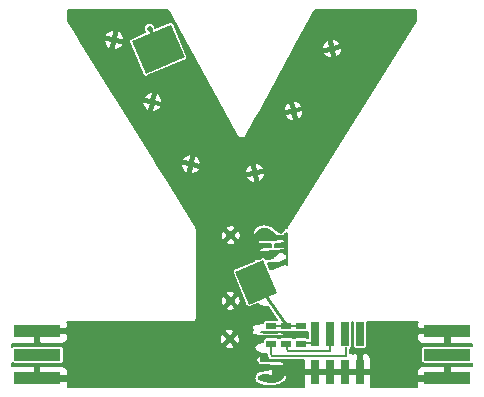
<source format=gbl>
G04 #@! TF.FileFunction,Copper,L2,Bot,Signal*
%FSLAX46Y46*%
G04 Gerber Fmt 4.6, Leading zero omitted, Abs format (unit mm)*
G04 Created by KiCad (PCBNEW 4.0.0-rc2-stable) date 3/3/2016 3:49:22 PM*
%MOMM*%
G01*
G04 APERTURE LIST*
%ADD10C,0.150000*%
%ADD11C,0.500000*%
%ADD12R,4.000000X1.000000*%
%ADD13C,0.600000*%
%ADD14R,0.760000X2.000000*%
%ADD15R,0.740000X2.000000*%
%ADD16R,0.900000X0.600000*%
%ADD17R,0.900000X0.200000*%
%ADD18R,3.800000X0.200000*%
%ADD19R,6.500000X0.200000*%
%ADD20R,0.200000X0.400000*%
%ADD21R,0.200000X0.800000*%
%ADD22R,2.000000X0.200000*%
%ADD23C,0.254000*%
%ADD24C,0.152400*%
G04 APERTURE END LIST*
D10*
D11*
X67445864Y-32792172D03*
X70707520Y-27532961D03*
X73969174Y-22273752D03*
X55507092Y-21529461D03*
X58768410Y-26789297D03*
X62029728Y-32049135D03*
X65306020Y-46852030D03*
X65377130Y-43612085D03*
X65377130Y-38073280D03*
D12*
X83742890Y-50192207D03*
X83742890Y-48192207D03*
X83742890Y-46192207D03*
D13*
X82742890Y-50192207D03*
X82742890Y-48192207D03*
X82742890Y-46192207D03*
D12*
X49020840Y-46192207D03*
X49020840Y-48192207D03*
X49020840Y-50192207D03*
D13*
X50020840Y-46192207D03*
X50020840Y-48192207D03*
X50020840Y-50192207D03*
D10*
G36*
X66929919Y-43932891D02*
X65767342Y-41167314D01*
X68164175Y-40159747D01*
X69326752Y-42925324D01*
X66929919Y-43932891D01*
X66929919Y-43932891D01*
G37*
G36*
X58175942Y-24398871D02*
X57013366Y-21633295D01*
X60332058Y-20238203D01*
X61494634Y-23003779D01*
X58175942Y-24398871D01*
X58175942Y-24398871D01*
G37*
D11*
X58517702Y-20567005D03*
D14*
X72531050Y-49652030D03*
X73801050Y-49652030D03*
X75071050Y-49652030D03*
X76341050Y-49652030D03*
X72531050Y-46452030D03*
X73801050Y-46452030D03*
X75071050Y-46452030D03*
D15*
X76341050Y-46452030D03*
D16*
X71336050Y-45752030D03*
X71336050Y-47252030D03*
X70086050Y-47252030D03*
X70086050Y-45752030D03*
X68836050Y-45752030D03*
X68836050Y-47252030D03*
D17*
X71986050Y-47202030D03*
D18*
X71986050Y-47852030D03*
D19*
X71986050Y-48302030D03*
D20*
X70186050Y-47652030D03*
X73786050Y-47652030D03*
D21*
X75136050Y-47852030D03*
X68836050Y-47852030D03*
D22*
X70136050Y-45752030D03*
D23*
X59250000Y-22320000D02*
X58520000Y-20570000D01*
X59250000Y-22320000D02*
X58520000Y-20570000D01*
X59250000Y-22320000D02*
X58520000Y-20570000D01*
X59250000Y-22320000D02*
X58520000Y-20570000D01*
X59250000Y-22320000D02*
X58520000Y-20570000D01*
X59250000Y-22320000D02*
X58520000Y-20570000D01*
X59250000Y-22320000D02*
X58520000Y-20570000D01*
X59250000Y-22320000D02*
X58520000Y-20570000D01*
X59250000Y-22320000D02*
X58520000Y-20570000D01*
X67550000Y-42050000D02*
X70140000Y-45750000D01*
X67550000Y-42050000D02*
X70140000Y-45750000D01*
X67550000Y-42050000D02*
X70140000Y-45750000D01*
X67550000Y-42050000D02*
X70140000Y-45750000D01*
X67550000Y-42050000D02*
X70140000Y-45750000D01*
X67550000Y-42050000D02*
X70140000Y-45750000D01*
X67550000Y-42050000D02*
X70140000Y-45750000D01*
X67550000Y-42050000D02*
X70140000Y-45750000D01*
X67550000Y-42050000D02*
X70140000Y-45750000D01*
D24*
G36*
X65915410Y-29653392D02*
X65940898Y-29683923D01*
X65963000Y-29717000D01*
X65975467Y-29725330D01*
X65985075Y-29736839D01*
X66020309Y-29755293D01*
X66053384Y-29777393D01*
X66068090Y-29780318D01*
X66081371Y-29787274D01*
X66120986Y-29790840D01*
X66160000Y-29798600D01*
X66480000Y-29798600D01*
X66519014Y-29790840D01*
X66558629Y-29787274D01*
X66571910Y-29780318D01*
X66586616Y-29777393D01*
X66619687Y-29755295D01*
X66654925Y-29736840D01*
X66664535Y-29725329D01*
X66677000Y-29717000D01*
X66699100Y-29683925D01*
X66724590Y-29653392D01*
X67644573Y-27966494D01*
X69975759Y-27966494D01*
X70197367Y-28213527D01*
X70496642Y-28356948D01*
X70644377Y-28381158D01*
X70744063Y-28236506D01*
X70614350Y-27683192D01*
X70061036Y-27812906D01*
X69975759Y-27966494D01*
X67644573Y-27966494D01*
X67830197Y-27626131D01*
X70857751Y-27626131D01*
X70987465Y-28179445D01*
X71141053Y-28264722D01*
X71388086Y-28043114D01*
X71531507Y-27743839D01*
X71555717Y-27596104D01*
X71411065Y-27496418D01*
X70857751Y-27626131D01*
X67830197Y-27626131D01*
X67915446Y-27469818D01*
X69859323Y-27469818D01*
X70003975Y-27569504D01*
X70557289Y-27439791D01*
X70427575Y-26886477D01*
X70324806Y-26829416D01*
X70670977Y-26829416D01*
X70800690Y-27382730D01*
X71354004Y-27253016D01*
X71439281Y-27099428D01*
X71217673Y-26852395D01*
X70918398Y-26708974D01*
X70770663Y-26684764D01*
X70670977Y-26829416D01*
X70324806Y-26829416D01*
X70273987Y-26801200D01*
X70026954Y-27022808D01*
X69883533Y-27322083D01*
X69859323Y-27469818D01*
X67915446Y-27469818D01*
X70512790Y-22707285D01*
X73237413Y-22707285D01*
X73459021Y-22954318D01*
X73758296Y-23097739D01*
X73906031Y-23121949D01*
X74005717Y-22977297D01*
X73876004Y-22423983D01*
X73322690Y-22553697D01*
X73237413Y-22707285D01*
X70512790Y-22707285D01*
X70698414Y-22366922D01*
X74119405Y-22366922D01*
X74249119Y-22920236D01*
X74402707Y-23005513D01*
X74649740Y-22783905D01*
X74793161Y-22484630D01*
X74817371Y-22336895D01*
X74672719Y-22237209D01*
X74119405Y-22366922D01*
X70698414Y-22366922D01*
X70783663Y-22210609D01*
X73120977Y-22210609D01*
X73265629Y-22310295D01*
X73818943Y-22180582D01*
X73689229Y-21627268D01*
X73586460Y-21570207D01*
X73932631Y-21570207D01*
X74062344Y-22123521D01*
X74615658Y-21993807D01*
X74700935Y-21840219D01*
X74479327Y-21593186D01*
X74180052Y-21449765D01*
X74032317Y-21425555D01*
X73932631Y-21570207D01*
X73586460Y-21570207D01*
X73535641Y-21541991D01*
X73288608Y-21763599D01*
X73145187Y-22062874D01*
X73120977Y-22210609D01*
X70783663Y-22210609D01*
X72535398Y-18998600D01*
X81081400Y-18998600D01*
X81081400Y-19900277D01*
X70183574Y-37382621D01*
X70175425Y-37404201D01*
X70162607Y-37423384D01*
X70156404Y-37454571D01*
X70145171Y-37484316D01*
X70145430Y-37492514D01*
X70057006Y-37443389D01*
X70020000Y-37433800D01*
X69950000Y-37433800D01*
X69922305Y-37439011D01*
X69896868Y-37455379D01*
X69879803Y-37480354D01*
X69873800Y-37510000D01*
X69873800Y-37652799D01*
X69807586Y-37733726D01*
X69661632Y-37836753D01*
X69610672Y-37843123D01*
X69499267Y-37827208D01*
X69128296Y-37560869D01*
X68861771Y-37314087D01*
X68840017Y-37299961D01*
X68560017Y-37179961D01*
X68539451Y-37174388D01*
X68379451Y-37154388D01*
X68370000Y-37153800D01*
X68050000Y-37153800D01*
X68029454Y-37156622D01*
X67779454Y-37226622D01*
X67761235Y-37234397D01*
X67541235Y-37364397D01*
X67524682Y-37377594D01*
X67344682Y-37567594D01*
X67332908Y-37583874D01*
X67262908Y-37713874D01*
X67253800Y-37750000D01*
X67253800Y-37890000D01*
X67255280Y-37904944D01*
X67265280Y-37954944D01*
X67277388Y-37983430D01*
X67299217Y-38004368D01*
X67327473Y-38015163D01*
X67387473Y-38025163D01*
X67400000Y-38026200D01*
X67470000Y-38026200D01*
X67512603Y-38013178D01*
X67533826Y-37991626D01*
X67677249Y-37771711D01*
X67918661Y-37576725D01*
X68074295Y-37516200D01*
X68295534Y-37516200D01*
X68444256Y-37533697D01*
X68924461Y-37831423D01*
X69249699Y-38117239D01*
X69286758Y-38135041D01*
X69456758Y-38165041D01*
X69470000Y-38166200D01*
X69680000Y-38166200D01*
X69705173Y-38161922D01*
X69905173Y-38091922D01*
X69932671Y-38075065D01*
X70141400Y-37875411D01*
X70141400Y-40560275D01*
X70057006Y-40513389D01*
X70020602Y-40503802D01*
X69990910Y-40509571D01*
X69534306Y-40698168D01*
X68857045Y-40904291D01*
X68732277Y-40909716D01*
X68528268Y-40424412D01*
X68553242Y-40425041D01*
X68716674Y-40396200D01*
X69280000Y-40396200D01*
X69294944Y-40394720D01*
X69344944Y-40384720D01*
X69383132Y-40364621D01*
X69389912Y-40354698D01*
X69403442Y-40370323D01*
X69430579Y-40383684D01*
X69460776Y-40385434D01*
X69740776Y-40345434D01*
X69772268Y-40333402D01*
X70012268Y-40173402D01*
X70037235Y-40145859D01*
X70117235Y-39995859D01*
X70125734Y-39968415D01*
X70135734Y-39878415D01*
X70135163Y-39857473D01*
X70125163Y-39797473D01*
X70116896Y-39773511D01*
X70056896Y-39663511D01*
X70026722Y-39633232D01*
X69826722Y-39523232D01*
X69800296Y-39514499D01*
X69580296Y-39484499D01*
X69559929Y-39484468D01*
X69409929Y-39504468D01*
X69392663Y-39508872D01*
X69367145Y-39525112D01*
X69097145Y-39785112D01*
X69082998Y-39803707D01*
X68972813Y-40007125D01*
X68863971Y-40015288D01*
X68614301Y-40034013D01*
X68585922Y-40041845D01*
X68530598Y-40069507D01*
X68387453Y-40035826D01*
X68370000Y-40033800D01*
X68355500Y-40033800D01*
X68331517Y-39997506D01*
X68255212Y-39945183D01*
X68164562Y-39926669D01*
X68073851Y-39944882D01*
X67862330Y-40033800D01*
X67540000Y-40033800D01*
X67527473Y-40034837D01*
X67467473Y-40044837D01*
X67436570Y-40057388D01*
X67415632Y-40079217D01*
X67404837Y-40107473D01*
X67394837Y-40167473D01*
X67393800Y-40180000D01*
X67393800Y-40230758D01*
X65677018Y-40952449D01*
X65605101Y-40999972D01*
X65552778Y-41076277D01*
X65534264Y-41166927D01*
X65552477Y-41257638D01*
X66715054Y-44023215D01*
X66762577Y-44095132D01*
X66838882Y-44147455D01*
X66929532Y-44165969D01*
X67020243Y-44147756D01*
X67641164Y-43886737D01*
X67874992Y-44007682D01*
X67890694Y-44013714D01*
X68310694Y-44123714D01*
X68321882Y-44125766D01*
X68589005Y-44154386D01*
X69342154Y-45230313D01*
X69286050Y-45218952D01*
X68386050Y-45218952D01*
X68301336Y-45234892D01*
X68223532Y-45284958D01*
X68171335Y-45361350D01*
X68152972Y-45452030D01*
X68152972Y-45489044D01*
X67609517Y-45564524D01*
X67602047Y-45565945D01*
X67272047Y-45645945D01*
X67236118Y-45666118D01*
X67206118Y-45696118D01*
X67186485Y-45729950D01*
X67156485Y-45839950D01*
X67153800Y-45860000D01*
X67153800Y-45890000D01*
X67161808Y-45924004D01*
X67180410Y-45947855D01*
X67297774Y-46048452D01*
X67214371Y-46078239D01*
X67198612Y-46086020D01*
X67176981Y-46107163D01*
X67165280Y-46135056D01*
X67155280Y-46185056D01*
X67153800Y-46200000D01*
X67153800Y-46270000D01*
X67155280Y-46284944D01*
X67165280Y-46334944D01*
X67177103Y-46363016D01*
X67198794Y-46384098D01*
X67338794Y-46474098D01*
X67363813Y-46484461D01*
X67823813Y-46584461D01*
X67834265Y-46585984D01*
X68364265Y-46625984D01*
X68370000Y-46626200D01*
X69500000Y-46626200D01*
X69508652Y-46625707D01*
X69858652Y-46585707D01*
X69877695Y-46580989D01*
X69903132Y-46564621D01*
X69920197Y-46539646D01*
X69926200Y-46510000D01*
X69926200Y-46410000D01*
X69923205Y-46388845D01*
X69909207Y-46362031D01*
X69885880Y-46342776D01*
X69856899Y-46334113D01*
X69761217Y-46325415D01*
X69714078Y-46301845D01*
X69675773Y-46293917D01*
X69136830Y-46323858D01*
X68778928Y-46333800D01*
X68711777Y-46333800D01*
X68286567Y-46314023D01*
X67986239Y-46275953D01*
X67987399Y-46275840D01*
X67994944Y-46274720D01*
X68236374Y-46226434D01*
X68295370Y-46266745D01*
X68386050Y-46285108D01*
X69286050Y-46285108D01*
X69370764Y-46269168D01*
X69448568Y-46219102D01*
X69460588Y-46201510D01*
X69468978Y-46214548D01*
X69545370Y-46266745D01*
X69636050Y-46285108D01*
X70536050Y-46285108D01*
X70620764Y-46269168D01*
X70698568Y-46219102D01*
X70710588Y-46201510D01*
X70718978Y-46214548D01*
X70795370Y-46266745D01*
X70886050Y-46285108D01*
X71786050Y-46285108D01*
X71870764Y-46269168D01*
X71917972Y-46238790D01*
X71917972Y-46765495D01*
X71876730Y-46737315D01*
X71786050Y-46718952D01*
X70886050Y-46718952D01*
X70801336Y-46734892D01*
X70723532Y-46784958D01*
X70711512Y-46802550D01*
X70703122Y-46789512D01*
X70626730Y-46737315D01*
X70536050Y-46718952D01*
X69636050Y-46718952D01*
X69551336Y-46734892D01*
X69473532Y-46784958D01*
X69461512Y-46802550D01*
X69453122Y-46789512D01*
X69376730Y-46737315D01*
X69286050Y-46718952D01*
X68386050Y-46718952D01*
X68301336Y-46734892D01*
X68223532Y-46784958D01*
X68171335Y-46861350D01*
X68152972Y-46952030D01*
X68152972Y-47080927D01*
X68121939Y-47084228D01*
X68109606Y-47086580D01*
X67749606Y-47186580D01*
X67726485Y-47197447D01*
X67496485Y-47357447D01*
X67477575Y-47376302D01*
X67407575Y-47476302D01*
X67399803Y-47490354D01*
X67393800Y-47520000D01*
X67393800Y-47620000D01*
X67394193Y-47626305D01*
X67394388Y-47629451D01*
X67404388Y-47709451D01*
X67419602Y-47746460D01*
X67519602Y-47876460D01*
X67545922Y-47898155D01*
X67645922Y-47948155D01*
X67677895Y-47956171D01*
X67707695Y-47950989D01*
X67726120Y-47939133D01*
X67733034Y-47966359D01*
X67752456Y-47989548D01*
X67779369Y-48003354D01*
X68099369Y-48093354D01*
X68112265Y-48095806D01*
X68502972Y-48135674D01*
X68502972Y-48402030D01*
X68518912Y-48486744D01*
X68568978Y-48564548D01*
X68645370Y-48616745D01*
X68736050Y-48635108D01*
X71566850Y-48635108D01*
X71566850Y-49328180D01*
X71712900Y-49474230D01*
X72353250Y-49474230D01*
X72353250Y-49454230D01*
X72708850Y-49454230D01*
X72708850Y-49474230D01*
X73623250Y-49474230D01*
X73623250Y-49454230D01*
X73978850Y-49454230D01*
X73978850Y-49474230D01*
X74893250Y-49474230D01*
X74893250Y-49454230D01*
X75248850Y-49454230D01*
X75248850Y-49474230D01*
X76163250Y-49474230D01*
X76163250Y-48213880D01*
X76518850Y-48213880D01*
X76518850Y-49474230D01*
X77159200Y-49474230D01*
X77305250Y-49328180D01*
X77305250Y-48535826D01*
X77216311Y-48321108D01*
X77051973Y-48156769D01*
X76837255Y-48067830D01*
X76664900Y-48067830D01*
X76518850Y-48213880D01*
X76163250Y-48213880D01*
X76017200Y-48067830D01*
X75844845Y-48067830D01*
X75706050Y-48125321D01*
X75567255Y-48067830D01*
X75469128Y-48067830D01*
X75469128Y-47681706D01*
X75535764Y-47669168D01*
X75613568Y-47619102D01*
X75665765Y-47542710D01*
X75684128Y-47452030D01*
X75684128Y-45452030D01*
X75679719Y-45428600D01*
X75742717Y-45428600D01*
X75737972Y-45452030D01*
X75737972Y-47452030D01*
X75753912Y-47536744D01*
X75803978Y-47614548D01*
X75880370Y-47666745D01*
X75971050Y-47685108D01*
X76711050Y-47685108D01*
X76795764Y-47669168D01*
X76873568Y-47619102D01*
X76925765Y-47542710D01*
X76944128Y-47452030D01*
X76944128Y-45452030D01*
X76939719Y-45428600D01*
X81219746Y-45428600D01*
X81158690Y-45576002D01*
X81158690Y-45868357D01*
X81304740Y-46014407D01*
X81874970Y-46014407D01*
X81843478Y-46130540D01*
X81874272Y-46370007D01*
X81304740Y-46370007D01*
X81158690Y-46516057D01*
X81158690Y-46808412D01*
X81247629Y-47023130D01*
X81411968Y-47187468D01*
X81626686Y-47276407D01*
X83419040Y-47276407D01*
X83565090Y-47130357D01*
X83565090Y-46538605D01*
X83642302Y-46253874D01*
X83608936Y-45994407D01*
X83920690Y-45994407D01*
X83920690Y-46014407D01*
X83940690Y-46014407D01*
X83940690Y-46370007D01*
X83920690Y-46370007D01*
X83920690Y-47130357D01*
X84066740Y-47276407D01*
X85781400Y-47276407D01*
X85781400Y-47466927D01*
X85742890Y-47459129D01*
X81742890Y-47459129D01*
X81658176Y-47475069D01*
X81580372Y-47525135D01*
X81528175Y-47601527D01*
X81509812Y-47692207D01*
X81509812Y-48692207D01*
X81525752Y-48776921D01*
X81575818Y-48854725D01*
X81652210Y-48906922D01*
X81742890Y-48925285D01*
X85742890Y-48925285D01*
X85781400Y-48918039D01*
X85781400Y-49108007D01*
X84066740Y-49108007D01*
X83920690Y-49254057D01*
X83920690Y-50014407D01*
X83940690Y-50014407D01*
X83940690Y-50370007D01*
X83920690Y-50370007D01*
X83920690Y-50390007D01*
X83605386Y-50390007D01*
X83642302Y-50253874D01*
X83597437Y-49904990D01*
X83565090Y-49826897D01*
X83565090Y-49254057D01*
X83419040Y-49108007D01*
X81626686Y-49108007D01*
X81411968Y-49196946D01*
X81247629Y-49361284D01*
X81158690Y-49576002D01*
X81158690Y-49868357D01*
X81304740Y-50014407D01*
X81874970Y-50014407D01*
X81843478Y-50130540D01*
X81874272Y-50370007D01*
X81304740Y-50370007D01*
X81158690Y-50516057D01*
X81158690Y-50808412D01*
X81184780Y-50871400D01*
X77262517Y-50871400D01*
X77305250Y-50768234D01*
X77305250Y-49975880D01*
X77159200Y-49829830D01*
X76518850Y-49829830D01*
X76518850Y-49849830D01*
X76163250Y-49849830D01*
X76163250Y-49829830D01*
X75248850Y-49829830D01*
X75248850Y-49849830D01*
X74893250Y-49849830D01*
X74893250Y-49829830D01*
X73978850Y-49829830D01*
X73978850Y-49849830D01*
X73623250Y-49849830D01*
X73623250Y-49829830D01*
X72708850Y-49829830D01*
X72708850Y-49849830D01*
X72353250Y-49849830D01*
X72353250Y-49829830D01*
X71712900Y-49829830D01*
X71566850Y-49975880D01*
X71566850Y-50768234D01*
X71609583Y-50871400D01*
X70420000Y-50871400D01*
X70369726Y-50881400D01*
X62270274Y-50881400D01*
X62220000Y-50871400D01*
X51578950Y-50871400D01*
X51605040Y-50808412D01*
X51605040Y-50516057D01*
X51458990Y-50370007D01*
X50888760Y-50370007D01*
X50920252Y-50253874D01*
X50915498Y-50216899D01*
X67394113Y-50216899D01*
X67404113Y-50326899D01*
X67418655Y-50365202D01*
X67558655Y-50555202D01*
X67584992Y-50577682D01*
X67874992Y-50727682D01*
X67892351Y-50734128D01*
X68312351Y-50834128D01*
X68321882Y-50835766D01*
X68601882Y-50865766D01*
X68610000Y-50866200D01*
X68640000Y-50866200D01*
X68646508Y-50865922D01*
X68996508Y-50835922D01*
X69007835Y-50834083D01*
X69547835Y-50704083D01*
X69567006Y-50696611D01*
X69927006Y-50496611D01*
X69953402Y-50472268D01*
X70133402Y-50202268D01*
X70145612Y-50169451D01*
X70165612Y-50009451D01*
X70160750Y-49971700D01*
X70140750Y-49921700D01*
X70132344Y-49906186D01*
X70110386Y-49885383D01*
X70030386Y-49835383D01*
X70003741Y-49825049D01*
X69973498Y-49825608D01*
X69945856Y-49837889D01*
X69925169Y-49859957D01*
X69723426Y-50186588D01*
X69545771Y-50310947D01*
X69066870Y-50464195D01*
X68778721Y-50473800D01*
X68644111Y-50473800D01*
X68284384Y-50434911D01*
X67940767Y-50339461D01*
X67835774Y-50274851D01*
X67826200Y-50258893D01*
X67826200Y-50097913D01*
X67904367Y-50005533D01*
X68264910Y-49885352D01*
X68542619Y-49866200D01*
X68576772Y-49866200D01*
X68684161Y-49981850D01*
X68710354Y-50000197D01*
X68740000Y-50006200D01*
X68780000Y-50006200D01*
X68808300Y-50000750D01*
X68858300Y-49980750D01*
X68873814Y-49972344D01*
X68894617Y-49950386D01*
X68944617Y-49870386D01*
X68956200Y-49830000D01*
X68956200Y-49580000D01*
X68944287Y-49539090D01*
X68874287Y-49429090D01*
X68857790Y-49410649D01*
X68830934Y-49396732D01*
X68760934Y-49376732D01*
X68745927Y-49374031D01*
X68715903Y-49377710D01*
X68511667Y-49445789D01*
X67907673Y-49544804D01*
X67887239Y-49551202D01*
X67677239Y-49651202D01*
X67649292Y-49673946D01*
X67429292Y-49963946D01*
X67414178Y-50002418D01*
X67394178Y-50202418D01*
X67394113Y-50216899D01*
X50915498Y-50216899D01*
X50889458Y-50014407D01*
X51458990Y-50014407D01*
X51605040Y-49868357D01*
X51605040Y-49576002D01*
X51516101Y-49361284D01*
X51351762Y-49196946D01*
X51137044Y-49108007D01*
X49344690Y-49108007D01*
X49198640Y-49254057D01*
X49198640Y-49845809D01*
X49121428Y-50130540D01*
X49154794Y-50390007D01*
X48843040Y-50390007D01*
X48843040Y-50370007D01*
X48823040Y-50370007D01*
X48823040Y-50014407D01*
X48843040Y-50014407D01*
X48843040Y-49254057D01*
X48696990Y-49108007D01*
X46908600Y-49108007D01*
X46908600Y-48892191D01*
X46930160Y-48906922D01*
X47020840Y-48925285D01*
X51020840Y-48925285D01*
X51105554Y-48909345D01*
X51183358Y-48859279D01*
X51235555Y-48782887D01*
X51253918Y-48692207D01*
X51253918Y-48618903D01*
X67564322Y-48618903D01*
X67584322Y-48788903D01*
X67589401Y-48808673D01*
X67606118Y-48833882D01*
X67796118Y-49023882D01*
X67816283Y-49038335D01*
X67845525Y-49046069D01*
X68015181Y-49056049D01*
X68444697Y-49086015D01*
X68448476Y-49086185D01*
X68948476Y-49096185D01*
X68950000Y-49096200D01*
X69780000Y-49096200D01*
X69804097Y-49092290D01*
X69864097Y-49072290D01*
X69881388Y-49063980D01*
X69903019Y-49042837D01*
X69914720Y-49014944D01*
X69924720Y-48964944D01*
X69926200Y-48950000D01*
X69926200Y-48910000D01*
X69923945Y-48891599D01*
X69910960Y-48864280D01*
X69880960Y-48824280D01*
X69860445Y-48805420D01*
X69832134Y-48794772D01*
X69522134Y-48744772D01*
X69512720Y-48743849D01*
X69232720Y-48733849D01*
X69230000Y-48733800D01*
X68233265Y-48733800D01*
X67956200Y-48710052D01*
X67956200Y-48676305D01*
X67995163Y-48442527D01*
X67994607Y-48414499D01*
X67982698Y-48386694D01*
X67960910Y-48365713D01*
X67850910Y-48295713D01*
X67831063Y-48286769D01*
X67800913Y-48284344D01*
X67772194Y-48293840D01*
X67702194Y-48333840D01*
X67689368Y-48343054D01*
X67671202Y-48367239D01*
X67571202Y-48577239D01*
X67564322Y-48618903D01*
X51253918Y-48618903D01*
X51253918Y-47692207D01*
X51237978Y-47607493D01*
X51187912Y-47529689D01*
X51111520Y-47477492D01*
X51020840Y-47459129D01*
X47020840Y-47459129D01*
X46936126Y-47475069D01*
X46908600Y-47492782D01*
X46908600Y-47430666D01*
X64904161Y-47430666D01*
X64912639Y-47606136D01*
X65231167Y-47699274D01*
X65561091Y-47663426D01*
X65699401Y-47606136D01*
X65707879Y-47430666D01*
X65306020Y-47028807D01*
X64904161Y-47430666D01*
X46908600Y-47430666D01*
X46908600Y-47276407D01*
X48696990Y-47276407D01*
X48843040Y-47130357D01*
X48843040Y-46370007D01*
X48823040Y-46370007D01*
X48823040Y-46014407D01*
X48843040Y-46014407D01*
X48843040Y-45994407D01*
X49158344Y-45994407D01*
X49121428Y-46130540D01*
X49166293Y-46479424D01*
X49198640Y-46557517D01*
X49198640Y-47130357D01*
X49344690Y-47276407D01*
X51137044Y-47276407D01*
X51351762Y-47187468D01*
X51516101Y-47023130D01*
X51605040Y-46808412D01*
X51605040Y-46777177D01*
X64458776Y-46777177D01*
X64494624Y-47107101D01*
X64551914Y-47245411D01*
X64727384Y-47253889D01*
X65129243Y-46852030D01*
X65482797Y-46852030D01*
X65884656Y-47253889D01*
X66060126Y-47245411D01*
X66153264Y-46926883D01*
X66117416Y-46596959D01*
X66060126Y-46458649D01*
X65884656Y-46450171D01*
X65482797Y-46852030D01*
X65129243Y-46852030D01*
X64727384Y-46450171D01*
X64551914Y-46458649D01*
X64458776Y-46777177D01*
X51605040Y-46777177D01*
X51605040Y-46516057D01*
X51458990Y-46370007D01*
X50888760Y-46370007D01*
X50914958Y-46273394D01*
X64904161Y-46273394D01*
X65306020Y-46675253D01*
X65707879Y-46273394D01*
X65699401Y-46097924D01*
X65380873Y-46004786D01*
X65050949Y-46040634D01*
X64912639Y-46097924D01*
X64904161Y-46273394D01*
X50914958Y-46273394D01*
X50920252Y-46253874D01*
X50889458Y-46014407D01*
X51458990Y-46014407D01*
X51605040Y-45868357D01*
X51605040Y-45576002D01*
X51543984Y-45428600D01*
X62220000Y-45428600D01*
X62326616Y-45407393D01*
X62417000Y-45347000D01*
X62477393Y-45256616D01*
X62498600Y-45150000D01*
X62498600Y-44190721D01*
X64975271Y-44190721D01*
X64983749Y-44366191D01*
X65302277Y-44459329D01*
X65632201Y-44423481D01*
X65770511Y-44366191D01*
X65778989Y-44190721D01*
X65377130Y-43788862D01*
X64975271Y-44190721D01*
X62498600Y-44190721D01*
X62498600Y-43537232D01*
X64529886Y-43537232D01*
X64565734Y-43867156D01*
X64623024Y-44005466D01*
X64798494Y-44013944D01*
X65200353Y-43612085D01*
X65553907Y-43612085D01*
X65955766Y-44013944D01*
X66131236Y-44005466D01*
X66224374Y-43686938D01*
X66188526Y-43357014D01*
X66131236Y-43218704D01*
X65955766Y-43210226D01*
X65553907Y-43612085D01*
X65200353Y-43612085D01*
X64798494Y-43210226D01*
X64623024Y-43218704D01*
X64529886Y-43537232D01*
X62498600Y-43537232D01*
X62498600Y-43033449D01*
X64975271Y-43033449D01*
X65377130Y-43435308D01*
X65778989Y-43033449D01*
X65770511Y-42857979D01*
X65451983Y-42764841D01*
X65122059Y-42800689D01*
X64983749Y-42857979D01*
X64975271Y-43033449D01*
X62498600Y-43033449D01*
X62498600Y-38651916D01*
X64975271Y-38651916D01*
X64983749Y-38827386D01*
X65302277Y-38920524D01*
X65632201Y-38884676D01*
X65770511Y-38827386D01*
X65778989Y-38651916D01*
X65717073Y-38590000D01*
X67673800Y-38590000D01*
X67673800Y-38660000D01*
X67674837Y-38672527D01*
X67684837Y-38732527D01*
X67696020Y-38761388D01*
X67717163Y-38783019D01*
X67745056Y-38794720D01*
X67795056Y-38804720D01*
X67813743Y-38806108D01*
X68421872Y-38776200D01*
X68793682Y-38776200D01*
X68774388Y-38930549D01*
X68773800Y-38940000D01*
X68773800Y-39077041D01*
X68386690Y-39093872D01*
X68379435Y-39094536D01*
X67879435Y-39164536D01*
X67861327Y-39169401D01*
X67836118Y-39186118D01*
X67796118Y-39226118D01*
X67779803Y-39250354D01*
X67773800Y-39280000D01*
X67773800Y-39350000D01*
X67777710Y-39374097D01*
X67797710Y-39434097D01*
X67809211Y-39455947D01*
X67831876Y-39475977D01*
X67860549Y-39485612D01*
X67940549Y-39495612D01*
X67955507Y-39496001D01*
X69335507Y-39396001D01*
X69338978Y-39395669D01*
X69928978Y-39325669D01*
X69947320Y-39321134D01*
X69972843Y-39304901D01*
X69990039Y-39280017D01*
X70020039Y-39210017D01*
X70026200Y-39180000D01*
X70026200Y-39150000D01*
X70015338Y-39110791D01*
X69994936Y-39088460D01*
X69967453Y-39075826D01*
X69797453Y-39035826D01*
X69780000Y-39033800D01*
X69400000Y-39033800D01*
X69391348Y-39034293D01*
X69126200Y-39064596D01*
X69126200Y-39013172D01*
X69135178Y-38905432D01*
X69175174Y-38785444D01*
X69188005Y-38775180D01*
X69422929Y-38766144D01*
X69429856Y-38765560D01*
X69889856Y-38705560D01*
X69907695Y-38700989D01*
X69933132Y-38684621D01*
X69950197Y-38659646D01*
X69956200Y-38630000D01*
X69956200Y-38490000D01*
X69950268Y-38460524D01*
X69933264Y-38435508D01*
X69907868Y-38419079D01*
X69878080Y-38413824D01*
X68688565Y-38443812D01*
X67919472Y-38453800D01*
X67810000Y-38453800D01*
X67795056Y-38455280D01*
X67745056Y-38465280D01*
X67718612Y-38476020D01*
X67696981Y-38497163D01*
X67685280Y-38525056D01*
X67675280Y-38575056D01*
X67673800Y-38590000D01*
X65717073Y-38590000D01*
X65377130Y-38250057D01*
X64975271Y-38651916D01*
X62498600Y-38651916D01*
X62498600Y-37998427D01*
X64529886Y-37998427D01*
X64565734Y-38328351D01*
X64623024Y-38466661D01*
X64798494Y-38475139D01*
X65200353Y-38073280D01*
X65553907Y-38073280D01*
X65955766Y-38475139D01*
X66131236Y-38466661D01*
X66224374Y-38148133D01*
X66188526Y-37818209D01*
X66131236Y-37679899D01*
X65955766Y-37671421D01*
X65553907Y-38073280D01*
X65200353Y-38073280D01*
X64798494Y-37671421D01*
X64623024Y-37679899D01*
X64529886Y-37998427D01*
X62498600Y-37998427D01*
X62498600Y-37530000D01*
X62494156Y-37507656D01*
X62494594Y-37494644D01*
X64975271Y-37494644D01*
X65377130Y-37896503D01*
X65778989Y-37494644D01*
X65770511Y-37319174D01*
X65451983Y-37226036D01*
X65122059Y-37261884D01*
X64983749Y-37319174D01*
X64975271Y-37494644D01*
X62494594Y-37494644D01*
X62494923Y-37484881D01*
X62483651Y-37454844D01*
X62477393Y-37423384D01*
X62464735Y-37404440D01*
X62456729Y-37383107D01*
X59877009Y-33225705D01*
X66714103Y-33225705D01*
X66935711Y-33472738D01*
X67234986Y-33616159D01*
X67382721Y-33640369D01*
X67482407Y-33495717D01*
X67352694Y-32942403D01*
X66799380Y-33072117D01*
X66714103Y-33225705D01*
X59877009Y-33225705D01*
X59186060Y-32112193D01*
X61181525Y-32112193D01*
X61270222Y-32431987D01*
X61474547Y-32693494D01*
X61596121Y-32780852D01*
X61646880Y-32752676D01*
X61993114Y-32752676D01*
X62092786Y-32897338D01*
X62136037Y-32885342D01*
X67596095Y-32885342D01*
X67725809Y-33438656D01*
X67879397Y-33523933D01*
X68126430Y-33302325D01*
X68269851Y-33003050D01*
X68294061Y-32855315D01*
X68149409Y-32755629D01*
X67596095Y-32885342D01*
X62136037Y-32885342D01*
X62412580Y-32808641D01*
X62514472Y-32729029D01*
X66597667Y-32729029D01*
X66742319Y-32828715D01*
X67295633Y-32699002D01*
X67165919Y-32145688D01*
X67063150Y-32088627D01*
X67409321Y-32088627D01*
X67539034Y-32641941D01*
X68092348Y-32512227D01*
X68177625Y-32358639D01*
X67956017Y-32111606D01*
X67656742Y-31968185D01*
X67509007Y-31943975D01*
X67409321Y-32088627D01*
X67063150Y-32088627D01*
X67012331Y-32060411D01*
X66765298Y-32282019D01*
X66621877Y-32581294D01*
X66597667Y-32729029D01*
X62514472Y-32729029D01*
X62674087Y-32604316D01*
X62761445Y-32482742D01*
X62676184Y-32329144D01*
X62122883Y-32199375D01*
X61993114Y-32752676D01*
X61646880Y-32752676D01*
X61749719Y-32695591D01*
X61879488Y-32142290D01*
X61326187Y-32012521D01*
X61181525Y-32112193D01*
X59186060Y-32112193D01*
X59089128Y-31955980D01*
X62179968Y-31955980D01*
X62733269Y-32085749D01*
X62877931Y-31986077D01*
X62789234Y-31666283D01*
X62584909Y-31404776D01*
X62463335Y-31317418D01*
X62309737Y-31402679D01*
X62179968Y-31955980D01*
X59089128Y-31955980D01*
X58877873Y-31615528D01*
X61298011Y-31615528D01*
X61383272Y-31769126D01*
X61936573Y-31898895D01*
X62066342Y-31345594D01*
X61966670Y-31200932D01*
X61646876Y-31289629D01*
X61385369Y-31493954D01*
X61298011Y-31615528D01*
X58877873Y-31615528D01*
X55922263Y-26852355D01*
X57920207Y-26852355D01*
X58008904Y-27172149D01*
X58213229Y-27433656D01*
X58334803Y-27521014D01*
X58385562Y-27492838D01*
X58731796Y-27492838D01*
X58831468Y-27637500D01*
X59151262Y-27548803D01*
X59412769Y-27344478D01*
X59500127Y-27222904D01*
X59414866Y-27069306D01*
X58861565Y-26939537D01*
X58731796Y-27492838D01*
X58385562Y-27492838D01*
X58488401Y-27435753D01*
X58618170Y-26882452D01*
X58064869Y-26752683D01*
X57920207Y-26852355D01*
X55922263Y-26852355D01*
X55825331Y-26696142D01*
X58918650Y-26696142D01*
X59471951Y-26825911D01*
X59616613Y-26726239D01*
X59527916Y-26406445D01*
X59323591Y-26144938D01*
X59202017Y-26057580D01*
X59048419Y-26142841D01*
X58918650Y-26696142D01*
X55825331Y-26696142D01*
X55614076Y-26355690D01*
X58036693Y-26355690D01*
X58121954Y-26509288D01*
X58675255Y-26639057D01*
X58805024Y-26085756D01*
X58705352Y-25941094D01*
X58385558Y-26029791D01*
X58124051Y-26234116D01*
X58036693Y-26355690D01*
X55614076Y-26355690D01*
X52658467Y-21592519D01*
X54658889Y-21592519D01*
X54747586Y-21912313D01*
X54951911Y-22173820D01*
X55073485Y-22261178D01*
X55124244Y-22233002D01*
X55470478Y-22233002D01*
X55570150Y-22377664D01*
X55889944Y-22288967D01*
X56151451Y-22084642D01*
X56238809Y-21963068D01*
X56153548Y-21809470D01*
X55600247Y-21679701D01*
X55470478Y-22233002D01*
X55124244Y-22233002D01*
X55227083Y-22175917D01*
X55354438Y-21632908D01*
X56780288Y-21632908D01*
X56798501Y-21723619D01*
X57961077Y-24489195D01*
X58008600Y-24561112D01*
X58084905Y-24613435D01*
X58175555Y-24631949D01*
X58266266Y-24613736D01*
X61584958Y-23218644D01*
X61656875Y-23171121D01*
X61709198Y-23094816D01*
X61727712Y-23004166D01*
X61709499Y-22913455D01*
X60546923Y-20147879D01*
X60499400Y-20075962D01*
X60423095Y-20023639D01*
X60332445Y-20005125D01*
X60241734Y-20023338D01*
X58996320Y-20546878D01*
X58996385Y-20472223D01*
X58923676Y-20296254D01*
X58789161Y-20161505D01*
X58613319Y-20088489D01*
X58422920Y-20088322D01*
X58246951Y-20161031D01*
X58112202Y-20295546D01*
X58039186Y-20471388D01*
X58039019Y-20661787D01*
X58111728Y-20837756D01*
X58168672Y-20894799D01*
X56923042Y-21418430D01*
X56851125Y-21465953D01*
X56798802Y-21542258D01*
X56780288Y-21632908D01*
X55354438Y-21632908D01*
X55356852Y-21622616D01*
X54803551Y-21492847D01*
X54658889Y-21592519D01*
X52658467Y-21592519D01*
X52561535Y-21436306D01*
X55657332Y-21436306D01*
X56210633Y-21566075D01*
X56355295Y-21466403D01*
X56266598Y-21146609D01*
X56062273Y-20885102D01*
X55940699Y-20797744D01*
X55787101Y-20883005D01*
X55657332Y-21436306D01*
X52561535Y-21436306D01*
X52350280Y-21095854D01*
X54775375Y-21095854D01*
X54860636Y-21249452D01*
X55413937Y-21379221D01*
X55543706Y-20825920D01*
X55444034Y-20681258D01*
X55124240Y-20769955D01*
X54862733Y-20974280D01*
X54775375Y-21095854D01*
X52350280Y-21095854D01*
X51608600Y-19900585D01*
X51608600Y-18998600D01*
X60104602Y-18998600D01*
X65915410Y-29653392D01*
X65915410Y-29653392D01*
G37*
X65915410Y-29653392D02*
X65940898Y-29683923D01*
X65963000Y-29717000D01*
X65975467Y-29725330D01*
X65985075Y-29736839D01*
X66020309Y-29755293D01*
X66053384Y-29777393D01*
X66068090Y-29780318D01*
X66081371Y-29787274D01*
X66120986Y-29790840D01*
X66160000Y-29798600D01*
X66480000Y-29798600D01*
X66519014Y-29790840D01*
X66558629Y-29787274D01*
X66571910Y-29780318D01*
X66586616Y-29777393D01*
X66619687Y-29755295D01*
X66654925Y-29736840D01*
X66664535Y-29725329D01*
X66677000Y-29717000D01*
X66699100Y-29683925D01*
X66724590Y-29653392D01*
X67644573Y-27966494D01*
X69975759Y-27966494D01*
X70197367Y-28213527D01*
X70496642Y-28356948D01*
X70644377Y-28381158D01*
X70744063Y-28236506D01*
X70614350Y-27683192D01*
X70061036Y-27812906D01*
X69975759Y-27966494D01*
X67644573Y-27966494D01*
X67830197Y-27626131D01*
X70857751Y-27626131D01*
X70987465Y-28179445D01*
X71141053Y-28264722D01*
X71388086Y-28043114D01*
X71531507Y-27743839D01*
X71555717Y-27596104D01*
X71411065Y-27496418D01*
X70857751Y-27626131D01*
X67830197Y-27626131D01*
X67915446Y-27469818D01*
X69859323Y-27469818D01*
X70003975Y-27569504D01*
X70557289Y-27439791D01*
X70427575Y-26886477D01*
X70324806Y-26829416D01*
X70670977Y-26829416D01*
X70800690Y-27382730D01*
X71354004Y-27253016D01*
X71439281Y-27099428D01*
X71217673Y-26852395D01*
X70918398Y-26708974D01*
X70770663Y-26684764D01*
X70670977Y-26829416D01*
X70324806Y-26829416D01*
X70273987Y-26801200D01*
X70026954Y-27022808D01*
X69883533Y-27322083D01*
X69859323Y-27469818D01*
X67915446Y-27469818D01*
X70512790Y-22707285D01*
X73237413Y-22707285D01*
X73459021Y-22954318D01*
X73758296Y-23097739D01*
X73906031Y-23121949D01*
X74005717Y-22977297D01*
X73876004Y-22423983D01*
X73322690Y-22553697D01*
X73237413Y-22707285D01*
X70512790Y-22707285D01*
X70698414Y-22366922D01*
X74119405Y-22366922D01*
X74249119Y-22920236D01*
X74402707Y-23005513D01*
X74649740Y-22783905D01*
X74793161Y-22484630D01*
X74817371Y-22336895D01*
X74672719Y-22237209D01*
X74119405Y-22366922D01*
X70698414Y-22366922D01*
X70783663Y-22210609D01*
X73120977Y-22210609D01*
X73265629Y-22310295D01*
X73818943Y-22180582D01*
X73689229Y-21627268D01*
X73586460Y-21570207D01*
X73932631Y-21570207D01*
X74062344Y-22123521D01*
X74615658Y-21993807D01*
X74700935Y-21840219D01*
X74479327Y-21593186D01*
X74180052Y-21449765D01*
X74032317Y-21425555D01*
X73932631Y-21570207D01*
X73586460Y-21570207D01*
X73535641Y-21541991D01*
X73288608Y-21763599D01*
X73145187Y-22062874D01*
X73120977Y-22210609D01*
X70783663Y-22210609D01*
X72535398Y-18998600D01*
X81081400Y-18998600D01*
X81081400Y-19900277D01*
X70183574Y-37382621D01*
X70175425Y-37404201D01*
X70162607Y-37423384D01*
X70156404Y-37454571D01*
X70145171Y-37484316D01*
X70145430Y-37492514D01*
X70057006Y-37443389D01*
X70020000Y-37433800D01*
X69950000Y-37433800D01*
X69922305Y-37439011D01*
X69896868Y-37455379D01*
X69879803Y-37480354D01*
X69873800Y-37510000D01*
X69873800Y-37652799D01*
X69807586Y-37733726D01*
X69661632Y-37836753D01*
X69610672Y-37843123D01*
X69499267Y-37827208D01*
X69128296Y-37560869D01*
X68861771Y-37314087D01*
X68840017Y-37299961D01*
X68560017Y-37179961D01*
X68539451Y-37174388D01*
X68379451Y-37154388D01*
X68370000Y-37153800D01*
X68050000Y-37153800D01*
X68029454Y-37156622D01*
X67779454Y-37226622D01*
X67761235Y-37234397D01*
X67541235Y-37364397D01*
X67524682Y-37377594D01*
X67344682Y-37567594D01*
X67332908Y-37583874D01*
X67262908Y-37713874D01*
X67253800Y-37750000D01*
X67253800Y-37890000D01*
X67255280Y-37904944D01*
X67265280Y-37954944D01*
X67277388Y-37983430D01*
X67299217Y-38004368D01*
X67327473Y-38015163D01*
X67387473Y-38025163D01*
X67400000Y-38026200D01*
X67470000Y-38026200D01*
X67512603Y-38013178D01*
X67533826Y-37991626D01*
X67677249Y-37771711D01*
X67918661Y-37576725D01*
X68074295Y-37516200D01*
X68295534Y-37516200D01*
X68444256Y-37533697D01*
X68924461Y-37831423D01*
X69249699Y-38117239D01*
X69286758Y-38135041D01*
X69456758Y-38165041D01*
X69470000Y-38166200D01*
X69680000Y-38166200D01*
X69705173Y-38161922D01*
X69905173Y-38091922D01*
X69932671Y-38075065D01*
X70141400Y-37875411D01*
X70141400Y-40560275D01*
X70057006Y-40513389D01*
X70020602Y-40503802D01*
X69990910Y-40509571D01*
X69534306Y-40698168D01*
X68857045Y-40904291D01*
X68732277Y-40909716D01*
X68528268Y-40424412D01*
X68553242Y-40425041D01*
X68716674Y-40396200D01*
X69280000Y-40396200D01*
X69294944Y-40394720D01*
X69344944Y-40384720D01*
X69383132Y-40364621D01*
X69389912Y-40354698D01*
X69403442Y-40370323D01*
X69430579Y-40383684D01*
X69460776Y-40385434D01*
X69740776Y-40345434D01*
X69772268Y-40333402D01*
X70012268Y-40173402D01*
X70037235Y-40145859D01*
X70117235Y-39995859D01*
X70125734Y-39968415D01*
X70135734Y-39878415D01*
X70135163Y-39857473D01*
X70125163Y-39797473D01*
X70116896Y-39773511D01*
X70056896Y-39663511D01*
X70026722Y-39633232D01*
X69826722Y-39523232D01*
X69800296Y-39514499D01*
X69580296Y-39484499D01*
X69559929Y-39484468D01*
X69409929Y-39504468D01*
X69392663Y-39508872D01*
X69367145Y-39525112D01*
X69097145Y-39785112D01*
X69082998Y-39803707D01*
X68972813Y-40007125D01*
X68863971Y-40015288D01*
X68614301Y-40034013D01*
X68585922Y-40041845D01*
X68530598Y-40069507D01*
X68387453Y-40035826D01*
X68370000Y-40033800D01*
X68355500Y-40033800D01*
X68331517Y-39997506D01*
X68255212Y-39945183D01*
X68164562Y-39926669D01*
X68073851Y-39944882D01*
X67862330Y-40033800D01*
X67540000Y-40033800D01*
X67527473Y-40034837D01*
X67467473Y-40044837D01*
X67436570Y-40057388D01*
X67415632Y-40079217D01*
X67404837Y-40107473D01*
X67394837Y-40167473D01*
X67393800Y-40180000D01*
X67393800Y-40230758D01*
X65677018Y-40952449D01*
X65605101Y-40999972D01*
X65552778Y-41076277D01*
X65534264Y-41166927D01*
X65552477Y-41257638D01*
X66715054Y-44023215D01*
X66762577Y-44095132D01*
X66838882Y-44147455D01*
X66929532Y-44165969D01*
X67020243Y-44147756D01*
X67641164Y-43886737D01*
X67874992Y-44007682D01*
X67890694Y-44013714D01*
X68310694Y-44123714D01*
X68321882Y-44125766D01*
X68589005Y-44154386D01*
X69342154Y-45230313D01*
X69286050Y-45218952D01*
X68386050Y-45218952D01*
X68301336Y-45234892D01*
X68223532Y-45284958D01*
X68171335Y-45361350D01*
X68152972Y-45452030D01*
X68152972Y-45489044D01*
X67609517Y-45564524D01*
X67602047Y-45565945D01*
X67272047Y-45645945D01*
X67236118Y-45666118D01*
X67206118Y-45696118D01*
X67186485Y-45729950D01*
X67156485Y-45839950D01*
X67153800Y-45860000D01*
X67153800Y-45890000D01*
X67161808Y-45924004D01*
X67180410Y-45947855D01*
X67297774Y-46048452D01*
X67214371Y-46078239D01*
X67198612Y-46086020D01*
X67176981Y-46107163D01*
X67165280Y-46135056D01*
X67155280Y-46185056D01*
X67153800Y-46200000D01*
X67153800Y-46270000D01*
X67155280Y-46284944D01*
X67165280Y-46334944D01*
X67177103Y-46363016D01*
X67198794Y-46384098D01*
X67338794Y-46474098D01*
X67363813Y-46484461D01*
X67823813Y-46584461D01*
X67834265Y-46585984D01*
X68364265Y-46625984D01*
X68370000Y-46626200D01*
X69500000Y-46626200D01*
X69508652Y-46625707D01*
X69858652Y-46585707D01*
X69877695Y-46580989D01*
X69903132Y-46564621D01*
X69920197Y-46539646D01*
X69926200Y-46510000D01*
X69926200Y-46410000D01*
X69923205Y-46388845D01*
X69909207Y-46362031D01*
X69885880Y-46342776D01*
X69856899Y-46334113D01*
X69761217Y-46325415D01*
X69714078Y-46301845D01*
X69675773Y-46293917D01*
X69136830Y-46323858D01*
X68778928Y-46333800D01*
X68711777Y-46333800D01*
X68286567Y-46314023D01*
X67986239Y-46275953D01*
X67987399Y-46275840D01*
X67994944Y-46274720D01*
X68236374Y-46226434D01*
X68295370Y-46266745D01*
X68386050Y-46285108D01*
X69286050Y-46285108D01*
X69370764Y-46269168D01*
X69448568Y-46219102D01*
X69460588Y-46201510D01*
X69468978Y-46214548D01*
X69545370Y-46266745D01*
X69636050Y-46285108D01*
X70536050Y-46285108D01*
X70620764Y-46269168D01*
X70698568Y-46219102D01*
X70710588Y-46201510D01*
X70718978Y-46214548D01*
X70795370Y-46266745D01*
X70886050Y-46285108D01*
X71786050Y-46285108D01*
X71870764Y-46269168D01*
X71917972Y-46238790D01*
X71917972Y-46765495D01*
X71876730Y-46737315D01*
X71786050Y-46718952D01*
X70886050Y-46718952D01*
X70801336Y-46734892D01*
X70723532Y-46784958D01*
X70711512Y-46802550D01*
X70703122Y-46789512D01*
X70626730Y-46737315D01*
X70536050Y-46718952D01*
X69636050Y-46718952D01*
X69551336Y-46734892D01*
X69473532Y-46784958D01*
X69461512Y-46802550D01*
X69453122Y-46789512D01*
X69376730Y-46737315D01*
X69286050Y-46718952D01*
X68386050Y-46718952D01*
X68301336Y-46734892D01*
X68223532Y-46784958D01*
X68171335Y-46861350D01*
X68152972Y-46952030D01*
X68152972Y-47080927D01*
X68121939Y-47084228D01*
X68109606Y-47086580D01*
X67749606Y-47186580D01*
X67726485Y-47197447D01*
X67496485Y-47357447D01*
X67477575Y-47376302D01*
X67407575Y-47476302D01*
X67399803Y-47490354D01*
X67393800Y-47520000D01*
X67393800Y-47620000D01*
X67394193Y-47626305D01*
X67394388Y-47629451D01*
X67404388Y-47709451D01*
X67419602Y-47746460D01*
X67519602Y-47876460D01*
X67545922Y-47898155D01*
X67645922Y-47948155D01*
X67677895Y-47956171D01*
X67707695Y-47950989D01*
X67726120Y-47939133D01*
X67733034Y-47966359D01*
X67752456Y-47989548D01*
X67779369Y-48003354D01*
X68099369Y-48093354D01*
X68112265Y-48095806D01*
X68502972Y-48135674D01*
X68502972Y-48402030D01*
X68518912Y-48486744D01*
X68568978Y-48564548D01*
X68645370Y-48616745D01*
X68736050Y-48635108D01*
X71566850Y-48635108D01*
X71566850Y-49328180D01*
X71712900Y-49474230D01*
X72353250Y-49474230D01*
X72353250Y-49454230D01*
X72708850Y-49454230D01*
X72708850Y-49474230D01*
X73623250Y-49474230D01*
X73623250Y-49454230D01*
X73978850Y-49454230D01*
X73978850Y-49474230D01*
X74893250Y-49474230D01*
X74893250Y-49454230D01*
X75248850Y-49454230D01*
X75248850Y-49474230D01*
X76163250Y-49474230D01*
X76163250Y-48213880D01*
X76518850Y-48213880D01*
X76518850Y-49474230D01*
X77159200Y-49474230D01*
X77305250Y-49328180D01*
X77305250Y-48535826D01*
X77216311Y-48321108D01*
X77051973Y-48156769D01*
X76837255Y-48067830D01*
X76664900Y-48067830D01*
X76518850Y-48213880D01*
X76163250Y-48213880D01*
X76017200Y-48067830D01*
X75844845Y-48067830D01*
X75706050Y-48125321D01*
X75567255Y-48067830D01*
X75469128Y-48067830D01*
X75469128Y-47681706D01*
X75535764Y-47669168D01*
X75613568Y-47619102D01*
X75665765Y-47542710D01*
X75684128Y-47452030D01*
X75684128Y-45452030D01*
X75679719Y-45428600D01*
X75742717Y-45428600D01*
X75737972Y-45452030D01*
X75737972Y-47452030D01*
X75753912Y-47536744D01*
X75803978Y-47614548D01*
X75880370Y-47666745D01*
X75971050Y-47685108D01*
X76711050Y-47685108D01*
X76795764Y-47669168D01*
X76873568Y-47619102D01*
X76925765Y-47542710D01*
X76944128Y-47452030D01*
X76944128Y-45452030D01*
X76939719Y-45428600D01*
X81219746Y-45428600D01*
X81158690Y-45576002D01*
X81158690Y-45868357D01*
X81304740Y-46014407D01*
X81874970Y-46014407D01*
X81843478Y-46130540D01*
X81874272Y-46370007D01*
X81304740Y-46370007D01*
X81158690Y-46516057D01*
X81158690Y-46808412D01*
X81247629Y-47023130D01*
X81411968Y-47187468D01*
X81626686Y-47276407D01*
X83419040Y-47276407D01*
X83565090Y-47130357D01*
X83565090Y-46538605D01*
X83642302Y-46253874D01*
X83608936Y-45994407D01*
X83920690Y-45994407D01*
X83920690Y-46014407D01*
X83940690Y-46014407D01*
X83940690Y-46370007D01*
X83920690Y-46370007D01*
X83920690Y-47130357D01*
X84066740Y-47276407D01*
X85781400Y-47276407D01*
X85781400Y-47466927D01*
X85742890Y-47459129D01*
X81742890Y-47459129D01*
X81658176Y-47475069D01*
X81580372Y-47525135D01*
X81528175Y-47601527D01*
X81509812Y-47692207D01*
X81509812Y-48692207D01*
X81525752Y-48776921D01*
X81575818Y-48854725D01*
X81652210Y-48906922D01*
X81742890Y-48925285D01*
X85742890Y-48925285D01*
X85781400Y-48918039D01*
X85781400Y-49108007D01*
X84066740Y-49108007D01*
X83920690Y-49254057D01*
X83920690Y-50014407D01*
X83940690Y-50014407D01*
X83940690Y-50370007D01*
X83920690Y-50370007D01*
X83920690Y-50390007D01*
X83605386Y-50390007D01*
X83642302Y-50253874D01*
X83597437Y-49904990D01*
X83565090Y-49826897D01*
X83565090Y-49254057D01*
X83419040Y-49108007D01*
X81626686Y-49108007D01*
X81411968Y-49196946D01*
X81247629Y-49361284D01*
X81158690Y-49576002D01*
X81158690Y-49868357D01*
X81304740Y-50014407D01*
X81874970Y-50014407D01*
X81843478Y-50130540D01*
X81874272Y-50370007D01*
X81304740Y-50370007D01*
X81158690Y-50516057D01*
X81158690Y-50808412D01*
X81184780Y-50871400D01*
X77262517Y-50871400D01*
X77305250Y-50768234D01*
X77305250Y-49975880D01*
X77159200Y-49829830D01*
X76518850Y-49829830D01*
X76518850Y-49849830D01*
X76163250Y-49849830D01*
X76163250Y-49829830D01*
X75248850Y-49829830D01*
X75248850Y-49849830D01*
X74893250Y-49849830D01*
X74893250Y-49829830D01*
X73978850Y-49829830D01*
X73978850Y-49849830D01*
X73623250Y-49849830D01*
X73623250Y-49829830D01*
X72708850Y-49829830D01*
X72708850Y-49849830D01*
X72353250Y-49849830D01*
X72353250Y-49829830D01*
X71712900Y-49829830D01*
X71566850Y-49975880D01*
X71566850Y-50768234D01*
X71609583Y-50871400D01*
X70420000Y-50871400D01*
X70369726Y-50881400D01*
X62270274Y-50881400D01*
X62220000Y-50871400D01*
X51578950Y-50871400D01*
X51605040Y-50808412D01*
X51605040Y-50516057D01*
X51458990Y-50370007D01*
X50888760Y-50370007D01*
X50920252Y-50253874D01*
X50915498Y-50216899D01*
X67394113Y-50216899D01*
X67404113Y-50326899D01*
X67418655Y-50365202D01*
X67558655Y-50555202D01*
X67584992Y-50577682D01*
X67874992Y-50727682D01*
X67892351Y-50734128D01*
X68312351Y-50834128D01*
X68321882Y-50835766D01*
X68601882Y-50865766D01*
X68610000Y-50866200D01*
X68640000Y-50866200D01*
X68646508Y-50865922D01*
X68996508Y-50835922D01*
X69007835Y-50834083D01*
X69547835Y-50704083D01*
X69567006Y-50696611D01*
X69927006Y-50496611D01*
X69953402Y-50472268D01*
X70133402Y-50202268D01*
X70145612Y-50169451D01*
X70165612Y-50009451D01*
X70160750Y-49971700D01*
X70140750Y-49921700D01*
X70132344Y-49906186D01*
X70110386Y-49885383D01*
X70030386Y-49835383D01*
X70003741Y-49825049D01*
X69973498Y-49825608D01*
X69945856Y-49837889D01*
X69925169Y-49859957D01*
X69723426Y-50186588D01*
X69545771Y-50310947D01*
X69066870Y-50464195D01*
X68778721Y-50473800D01*
X68644111Y-50473800D01*
X68284384Y-50434911D01*
X67940767Y-50339461D01*
X67835774Y-50274851D01*
X67826200Y-50258893D01*
X67826200Y-50097913D01*
X67904367Y-50005533D01*
X68264910Y-49885352D01*
X68542619Y-49866200D01*
X68576772Y-49866200D01*
X68684161Y-49981850D01*
X68710354Y-50000197D01*
X68740000Y-50006200D01*
X68780000Y-50006200D01*
X68808300Y-50000750D01*
X68858300Y-49980750D01*
X68873814Y-49972344D01*
X68894617Y-49950386D01*
X68944617Y-49870386D01*
X68956200Y-49830000D01*
X68956200Y-49580000D01*
X68944287Y-49539090D01*
X68874287Y-49429090D01*
X68857790Y-49410649D01*
X68830934Y-49396732D01*
X68760934Y-49376732D01*
X68745927Y-49374031D01*
X68715903Y-49377710D01*
X68511667Y-49445789D01*
X67907673Y-49544804D01*
X67887239Y-49551202D01*
X67677239Y-49651202D01*
X67649292Y-49673946D01*
X67429292Y-49963946D01*
X67414178Y-50002418D01*
X67394178Y-50202418D01*
X67394113Y-50216899D01*
X50915498Y-50216899D01*
X50889458Y-50014407D01*
X51458990Y-50014407D01*
X51605040Y-49868357D01*
X51605040Y-49576002D01*
X51516101Y-49361284D01*
X51351762Y-49196946D01*
X51137044Y-49108007D01*
X49344690Y-49108007D01*
X49198640Y-49254057D01*
X49198640Y-49845809D01*
X49121428Y-50130540D01*
X49154794Y-50390007D01*
X48843040Y-50390007D01*
X48843040Y-50370007D01*
X48823040Y-50370007D01*
X48823040Y-50014407D01*
X48843040Y-50014407D01*
X48843040Y-49254057D01*
X48696990Y-49108007D01*
X46908600Y-49108007D01*
X46908600Y-48892191D01*
X46930160Y-48906922D01*
X47020840Y-48925285D01*
X51020840Y-48925285D01*
X51105554Y-48909345D01*
X51183358Y-48859279D01*
X51235555Y-48782887D01*
X51253918Y-48692207D01*
X51253918Y-48618903D01*
X67564322Y-48618903D01*
X67584322Y-48788903D01*
X67589401Y-48808673D01*
X67606118Y-48833882D01*
X67796118Y-49023882D01*
X67816283Y-49038335D01*
X67845525Y-49046069D01*
X68015181Y-49056049D01*
X68444697Y-49086015D01*
X68448476Y-49086185D01*
X68948476Y-49096185D01*
X68950000Y-49096200D01*
X69780000Y-49096200D01*
X69804097Y-49092290D01*
X69864097Y-49072290D01*
X69881388Y-49063980D01*
X69903019Y-49042837D01*
X69914720Y-49014944D01*
X69924720Y-48964944D01*
X69926200Y-48950000D01*
X69926200Y-48910000D01*
X69923945Y-48891599D01*
X69910960Y-48864280D01*
X69880960Y-48824280D01*
X69860445Y-48805420D01*
X69832134Y-48794772D01*
X69522134Y-48744772D01*
X69512720Y-48743849D01*
X69232720Y-48733849D01*
X69230000Y-48733800D01*
X68233265Y-48733800D01*
X67956200Y-48710052D01*
X67956200Y-48676305D01*
X67995163Y-48442527D01*
X67994607Y-48414499D01*
X67982698Y-48386694D01*
X67960910Y-48365713D01*
X67850910Y-48295713D01*
X67831063Y-48286769D01*
X67800913Y-48284344D01*
X67772194Y-48293840D01*
X67702194Y-48333840D01*
X67689368Y-48343054D01*
X67671202Y-48367239D01*
X67571202Y-48577239D01*
X67564322Y-48618903D01*
X51253918Y-48618903D01*
X51253918Y-47692207D01*
X51237978Y-47607493D01*
X51187912Y-47529689D01*
X51111520Y-47477492D01*
X51020840Y-47459129D01*
X47020840Y-47459129D01*
X46936126Y-47475069D01*
X46908600Y-47492782D01*
X46908600Y-47430666D01*
X64904161Y-47430666D01*
X64912639Y-47606136D01*
X65231167Y-47699274D01*
X65561091Y-47663426D01*
X65699401Y-47606136D01*
X65707879Y-47430666D01*
X65306020Y-47028807D01*
X64904161Y-47430666D01*
X46908600Y-47430666D01*
X46908600Y-47276407D01*
X48696990Y-47276407D01*
X48843040Y-47130357D01*
X48843040Y-46370007D01*
X48823040Y-46370007D01*
X48823040Y-46014407D01*
X48843040Y-46014407D01*
X48843040Y-45994407D01*
X49158344Y-45994407D01*
X49121428Y-46130540D01*
X49166293Y-46479424D01*
X49198640Y-46557517D01*
X49198640Y-47130357D01*
X49344690Y-47276407D01*
X51137044Y-47276407D01*
X51351762Y-47187468D01*
X51516101Y-47023130D01*
X51605040Y-46808412D01*
X51605040Y-46777177D01*
X64458776Y-46777177D01*
X64494624Y-47107101D01*
X64551914Y-47245411D01*
X64727384Y-47253889D01*
X65129243Y-46852030D01*
X65482797Y-46852030D01*
X65884656Y-47253889D01*
X66060126Y-47245411D01*
X66153264Y-46926883D01*
X66117416Y-46596959D01*
X66060126Y-46458649D01*
X65884656Y-46450171D01*
X65482797Y-46852030D01*
X65129243Y-46852030D01*
X64727384Y-46450171D01*
X64551914Y-46458649D01*
X64458776Y-46777177D01*
X51605040Y-46777177D01*
X51605040Y-46516057D01*
X51458990Y-46370007D01*
X50888760Y-46370007D01*
X50914958Y-46273394D01*
X64904161Y-46273394D01*
X65306020Y-46675253D01*
X65707879Y-46273394D01*
X65699401Y-46097924D01*
X65380873Y-46004786D01*
X65050949Y-46040634D01*
X64912639Y-46097924D01*
X64904161Y-46273394D01*
X50914958Y-46273394D01*
X50920252Y-46253874D01*
X50889458Y-46014407D01*
X51458990Y-46014407D01*
X51605040Y-45868357D01*
X51605040Y-45576002D01*
X51543984Y-45428600D01*
X62220000Y-45428600D01*
X62326616Y-45407393D01*
X62417000Y-45347000D01*
X62477393Y-45256616D01*
X62498600Y-45150000D01*
X62498600Y-44190721D01*
X64975271Y-44190721D01*
X64983749Y-44366191D01*
X65302277Y-44459329D01*
X65632201Y-44423481D01*
X65770511Y-44366191D01*
X65778989Y-44190721D01*
X65377130Y-43788862D01*
X64975271Y-44190721D01*
X62498600Y-44190721D01*
X62498600Y-43537232D01*
X64529886Y-43537232D01*
X64565734Y-43867156D01*
X64623024Y-44005466D01*
X64798494Y-44013944D01*
X65200353Y-43612085D01*
X65553907Y-43612085D01*
X65955766Y-44013944D01*
X66131236Y-44005466D01*
X66224374Y-43686938D01*
X66188526Y-43357014D01*
X66131236Y-43218704D01*
X65955766Y-43210226D01*
X65553907Y-43612085D01*
X65200353Y-43612085D01*
X64798494Y-43210226D01*
X64623024Y-43218704D01*
X64529886Y-43537232D01*
X62498600Y-43537232D01*
X62498600Y-43033449D01*
X64975271Y-43033449D01*
X65377130Y-43435308D01*
X65778989Y-43033449D01*
X65770511Y-42857979D01*
X65451983Y-42764841D01*
X65122059Y-42800689D01*
X64983749Y-42857979D01*
X64975271Y-43033449D01*
X62498600Y-43033449D01*
X62498600Y-38651916D01*
X64975271Y-38651916D01*
X64983749Y-38827386D01*
X65302277Y-38920524D01*
X65632201Y-38884676D01*
X65770511Y-38827386D01*
X65778989Y-38651916D01*
X65717073Y-38590000D01*
X67673800Y-38590000D01*
X67673800Y-38660000D01*
X67674837Y-38672527D01*
X67684837Y-38732527D01*
X67696020Y-38761388D01*
X67717163Y-38783019D01*
X67745056Y-38794720D01*
X67795056Y-38804720D01*
X67813743Y-38806108D01*
X68421872Y-38776200D01*
X68793682Y-38776200D01*
X68774388Y-38930549D01*
X68773800Y-38940000D01*
X68773800Y-39077041D01*
X68386690Y-39093872D01*
X68379435Y-39094536D01*
X67879435Y-39164536D01*
X67861327Y-39169401D01*
X67836118Y-39186118D01*
X67796118Y-39226118D01*
X67779803Y-39250354D01*
X67773800Y-39280000D01*
X67773800Y-39350000D01*
X67777710Y-39374097D01*
X67797710Y-39434097D01*
X67809211Y-39455947D01*
X67831876Y-39475977D01*
X67860549Y-39485612D01*
X67940549Y-39495612D01*
X67955507Y-39496001D01*
X69335507Y-39396001D01*
X69338978Y-39395669D01*
X69928978Y-39325669D01*
X69947320Y-39321134D01*
X69972843Y-39304901D01*
X69990039Y-39280017D01*
X70020039Y-39210017D01*
X70026200Y-39180000D01*
X70026200Y-39150000D01*
X70015338Y-39110791D01*
X69994936Y-39088460D01*
X69967453Y-39075826D01*
X69797453Y-39035826D01*
X69780000Y-39033800D01*
X69400000Y-39033800D01*
X69391348Y-39034293D01*
X69126200Y-39064596D01*
X69126200Y-39013172D01*
X69135178Y-38905432D01*
X69175174Y-38785444D01*
X69188005Y-38775180D01*
X69422929Y-38766144D01*
X69429856Y-38765560D01*
X69889856Y-38705560D01*
X69907695Y-38700989D01*
X69933132Y-38684621D01*
X69950197Y-38659646D01*
X69956200Y-38630000D01*
X69956200Y-38490000D01*
X69950268Y-38460524D01*
X69933264Y-38435508D01*
X69907868Y-38419079D01*
X69878080Y-38413824D01*
X68688565Y-38443812D01*
X67919472Y-38453800D01*
X67810000Y-38453800D01*
X67795056Y-38455280D01*
X67745056Y-38465280D01*
X67718612Y-38476020D01*
X67696981Y-38497163D01*
X67685280Y-38525056D01*
X67675280Y-38575056D01*
X67673800Y-38590000D01*
X65717073Y-38590000D01*
X65377130Y-38250057D01*
X64975271Y-38651916D01*
X62498600Y-38651916D01*
X62498600Y-37998427D01*
X64529886Y-37998427D01*
X64565734Y-38328351D01*
X64623024Y-38466661D01*
X64798494Y-38475139D01*
X65200353Y-38073280D01*
X65553907Y-38073280D01*
X65955766Y-38475139D01*
X66131236Y-38466661D01*
X66224374Y-38148133D01*
X66188526Y-37818209D01*
X66131236Y-37679899D01*
X65955766Y-37671421D01*
X65553907Y-38073280D01*
X65200353Y-38073280D01*
X64798494Y-37671421D01*
X64623024Y-37679899D01*
X64529886Y-37998427D01*
X62498600Y-37998427D01*
X62498600Y-37530000D01*
X62494156Y-37507656D01*
X62494594Y-37494644D01*
X64975271Y-37494644D01*
X65377130Y-37896503D01*
X65778989Y-37494644D01*
X65770511Y-37319174D01*
X65451983Y-37226036D01*
X65122059Y-37261884D01*
X64983749Y-37319174D01*
X64975271Y-37494644D01*
X62494594Y-37494644D01*
X62494923Y-37484881D01*
X62483651Y-37454844D01*
X62477393Y-37423384D01*
X62464735Y-37404440D01*
X62456729Y-37383107D01*
X59877009Y-33225705D01*
X66714103Y-33225705D01*
X66935711Y-33472738D01*
X67234986Y-33616159D01*
X67382721Y-33640369D01*
X67482407Y-33495717D01*
X67352694Y-32942403D01*
X66799380Y-33072117D01*
X66714103Y-33225705D01*
X59877009Y-33225705D01*
X59186060Y-32112193D01*
X61181525Y-32112193D01*
X61270222Y-32431987D01*
X61474547Y-32693494D01*
X61596121Y-32780852D01*
X61646880Y-32752676D01*
X61993114Y-32752676D01*
X62092786Y-32897338D01*
X62136037Y-32885342D01*
X67596095Y-32885342D01*
X67725809Y-33438656D01*
X67879397Y-33523933D01*
X68126430Y-33302325D01*
X68269851Y-33003050D01*
X68294061Y-32855315D01*
X68149409Y-32755629D01*
X67596095Y-32885342D01*
X62136037Y-32885342D01*
X62412580Y-32808641D01*
X62514472Y-32729029D01*
X66597667Y-32729029D01*
X66742319Y-32828715D01*
X67295633Y-32699002D01*
X67165919Y-32145688D01*
X67063150Y-32088627D01*
X67409321Y-32088627D01*
X67539034Y-32641941D01*
X68092348Y-32512227D01*
X68177625Y-32358639D01*
X67956017Y-32111606D01*
X67656742Y-31968185D01*
X67509007Y-31943975D01*
X67409321Y-32088627D01*
X67063150Y-32088627D01*
X67012331Y-32060411D01*
X66765298Y-32282019D01*
X66621877Y-32581294D01*
X66597667Y-32729029D01*
X62514472Y-32729029D01*
X62674087Y-32604316D01*
X62761445Y-32482742D01*
X62676184Y-32329144D01*
X62122883Y-32199375D01*
X61993114Y-32752676D01*
X61646880Y-32752676D01*
X61749719Y-32695591D01*
X61879488Y-32142290D01*
X61326187Y-32012521D01*
X61181525Y-32112193D01*
X59186060Y-32112193D01*
X59089128Y-31955980D01*
X62179968Y-31955980D01*
X62733269Y-32085749D01*
X62877931Y-31986077D01*
X62789234Y-31666283D01*
X62584909Y-31404776D01*
X62463335Y-31317418D01*
X62309737Y-31402679D01*
X62179968Y-31955980D01*
X59089128Y-31955980D01*
X58877873Y-31615528D01*
X61298011Y-31615528D01*
X61383272Y-31769126D01*
X61936573Y-31898895D01*
X62066342Y-31345594D01*
X61966670Y-31200932D01*
X61646876Y-31289629D01*
X61385369Y-31493954D01*
X61298011Y-31615528D01*
X58877873Y-31615528D01*
X55922263Y-26852355D01*
X57920207Y-26852355D01*
X58008904Y-27172149D01*
X58213229Y-27433656D01*
X58334803Y-27521014D01*
X58385562Y-27492838D01*
X58731796Y-27492838D01*
X58831468Y-27637500D01*
X59151262Y-27548803D01*
X59412769Y-27344478D01*
X59500127Y-27222904D01*
X59414866Y-27069306D01*
X58861565Y-26939537D01*
X58731796Y-27492838D01*
X58385562Y-27492838D01*
X58488401Y-27435753D01*
X58618170Y-26882452D01*
X58064869Y-26752683D01*
X57920207Y-26852355D01*
X55922263Y-26852355D01*
X55825331Y-26696142D01*
X58918650Y-26696142D01*
X59471951Y-26825911D01*
X59616613Y-26726239D01*
X59527916Y-26406445D01*
X59323591Y-26144938D01*
X59202017Y-26057580D01*
X59048419Y-26142841D01*
X58918650Y-26696142D01*
X55825331Y-26696142D01*
X55614076Y-26355690D01*
X58036693Y-26355690D01*
X58121954Y-26509288D01*
X58675255Y-26639057D01*
X58805024Y-26085756D01*
X58705352Y-25941094D01*
X58385558Y-26029791D01*
X58124051Y-26234116D01*
X58036693Y-26355690D01*
X55614076Y-26355690D01*
X52658467Y-21592519D01*
X54658889Y-21592519D01*
X54747586Y-21912313D01*
X54951911Y-22173820D01*
X55073485Y-22261178D01*
X55124244Y-22233002D01*
X55470478Y-22233002D01*
X55570150Y-22377664D01*
X55889944Y-22288967D01*
X56151451Y-22084642D01*
X56238809Y-21963068D01*
X56153548Y-21809470D01*
X55600247Y-21679701D01*
X55470478Y-22233002D01*
X55124244Y-22233002D01*
X55227083Y-22175917D01*
X55354438Y-21632908D01*
X56780288Y-21632908D01*
X56798501Y-21723619D01*
X57961077Y-24489195D01*
X58008600Y-24561112D01*
X58084905Y-24613435D01*
X58175555Y-24631949D01*
X58266266Y-24613736D01*
X61584958Y-23218644D01*
X61656875Y-23171121D01*
X61709198Y-23094816D01*
X61727712Y-23004166D01*
X61709499Y-22913455D01*
X60546923Y-20147879D01*
X60499400Y-20075962D01*
X60423095Y-20023639D01*
X60332445Y-20005125D01*
X60241734Y-20023338D01*
X58996320Y-20546878D01*
X58996385Y-20472223D01*
X58923676Y-20296254D01*
X58789161Y-20161505D01*
X58613319Y-20088489D01*
X58422920Y-20088322D01*
X58246951Y-20161031D01*
X58112202Y-20295546D01*
X58039186Y-20471388D01*
X58039019Y-20661787D01*
X58111728Y-20837756D01*
X58168672Y-20894799D01*
X56923042Y-21418430D01*
X56851125Y-21465953D01*
X56798802Y-21542258D01*
X56780288Y-21632908D01*
X55354438Y-21632908D01*
X55356852Y-21622616D01*
X54803551Y-21492847D01*
X54658889Y-21592519D01*
X52658467Y-21592519D01*
X52561535Y-21436306D01*
X55657332Y-21436306D01*
X56210633Y-21566075D01*
X56355295Y-21466403D01*
X56266598Y-21146609D01*
X56062273Y-20885102D01*
X55940699Y-20797744D01*
X55787101Y-20883005D01*
X55657332Y-21436306D01*
X52561535Y-21436306D01*
X52350280Y-21095854D01*
X54775375Y-21095854D01*
X54860636Y-21249452D01*
X55413937Y-21379221D01*
X55543706Y-20825920D01*
X55444034Y-20681258D01*
X55124240Y-20769955D01*
X54862733Y-20974280D01*
X54775375Y-21095854D01*
X52350280Y-21095854D01*
X51608600Y-19900585D01*
X51608600Y-18998600D01*
X60104602Y-18998600D01*
X65915410Y-29653392D01*
G36*
X50266772Y-50158407D02*
X50232972Y-50192207D01*
X50266772Y-50226007D01*
X50122772Y-50370007D01*
X49918908Y-50370007D01*
X49774908Y-50226007D01*
X49808708Y-50192207D01*
X49774908Y-50158407D01*
X49918908Y-50014407D01*
X50122772Y-50014407D01*
X50266772Y-50158407D01*
X50266772Y-50158407D01*
G37*
X50266772Y-50158407D02*
X50232972Y-50192207D01*
X50266772Y-50226007D01*
X50122772Y-50370007D01*
X49918908Y-50370007D01*
X49774908Y-50226007D01*
X49808708Y-50192207D01*
X49774908Y-50158407D01*
X49918908Y-50014407D01*
X50122772Y-50014407D01*
X50266772Y-50158407D01*
G36*
X82988822Y-50158407D02*
X82955022Y-50192207D01*
X82988822Y-50226007D01*
X82844822Y-50370007D01*
X82640958Y-50370007D01*
X82496958Y-50226007D01*
X82530758Y-50192207D01*
X82496958Y-50158407D01*
X82640958Y-50014407D01*
X82844822Y-50014407D01*
X82988822Y-50158407D01*
X82988822Y-50158407D01*
G37*
X82988822Y-50158407D02*
X82955022Y-50192207D01*
X82988822Y-50226007D01*
X82844822Y-50370007D01*
X82640958Y-50370007D01*
X82496958Y-50226007D01*
X82530758Y-50192207D01*
X82496958Y-50158407D01*
X82640958Y-50014407D01*
X82844822Y-50014407D01*
X82988822Y-50158407D01*
G36*
X50266772Y-46158407D02*
X50232972Y-46192207D01*
X50266772Y-46226007D01*
X50122772Y-46370007D01*
X49918908Y-46370007D01*
X49774908Y-46226007D01*
X49808708Y-46192207D01*
X49774908Y-46158407D01*
X49918908Y-46014407D01*
X50122772Y-46014407D01*
X50266772Y-46158407D01*
X50266772Y-46158407D01*
G37*
X50266772Y-46158407D02*
X50232972Y-46192207D01*
X50266772Y-46226007D01*
X50122772Y-46370007D01*
X49918908Y-46370007D01*
X49774908Y-46226007D01*
X49808708Y-46192207D01*
X49774908Y-46158407D01*
X49918908Y-46014407D01*
X50122772Y-46014407D01*
X50266772Y-46158407D01*
G36*
X82988822Y-46158407D02*
X82955022Y-46192207D01*
X82988822Y-46226007D01*
X82844822Y-46370007D01*
X82640958Y-46370007D01*
X82496958Y-46226007D01*
X82530758Y-46192207D01*
X82496958Y-46158407D01*
X82640958Y-46014407D01*
X82844822Y-46014407D01*
X82988822Y-46158407D01*
X82988822Y-46158407D01*
G37*
X82988822Y-46158407D02*
X82955022Y-46192207D01*
X82988822Y-46226007D01*
X82844822Y-46370007D01*
X82640958Y-46370007D01*
X82496958Y-46226007D01*
X82530758Y-46192207D01*
X82496958Y-46158407D01*
X82640958Y-46014407D01*
X82844822Y-46014407D01*
X82988822Y-46158407D01*
M02*

</source>
